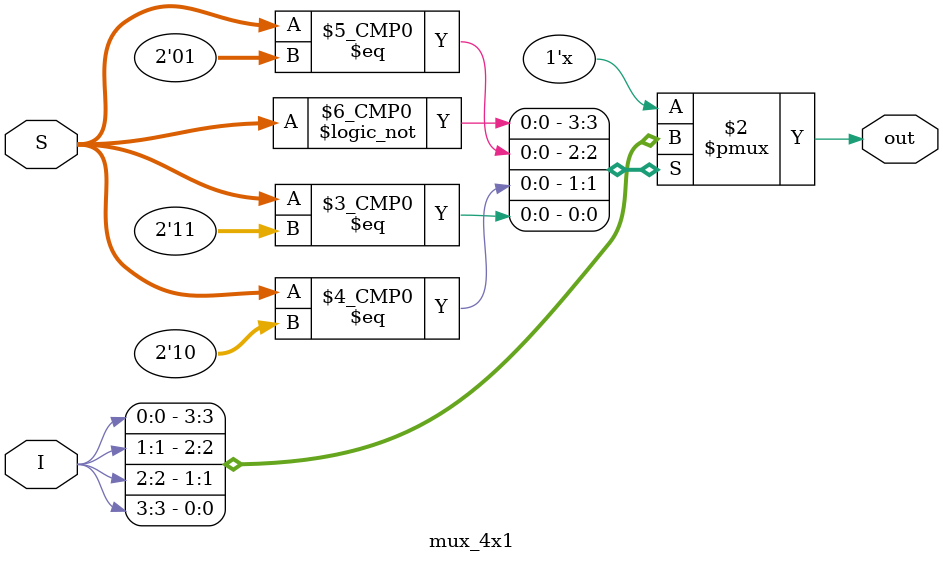
<source format=v>
`timescale 1ns / 1ps


module mux_4x1(
    input [3:0] I,
    input [1:0] S,
    output reg out
    );
    
    always @(*) begin
        case(S)
           2'b00: out = I[0];
           2'b01: out = I[1];
           2'b10: out = I[2];
           2'b11: out = I[3]; 
        endcase
    end
endmodule

</source>
